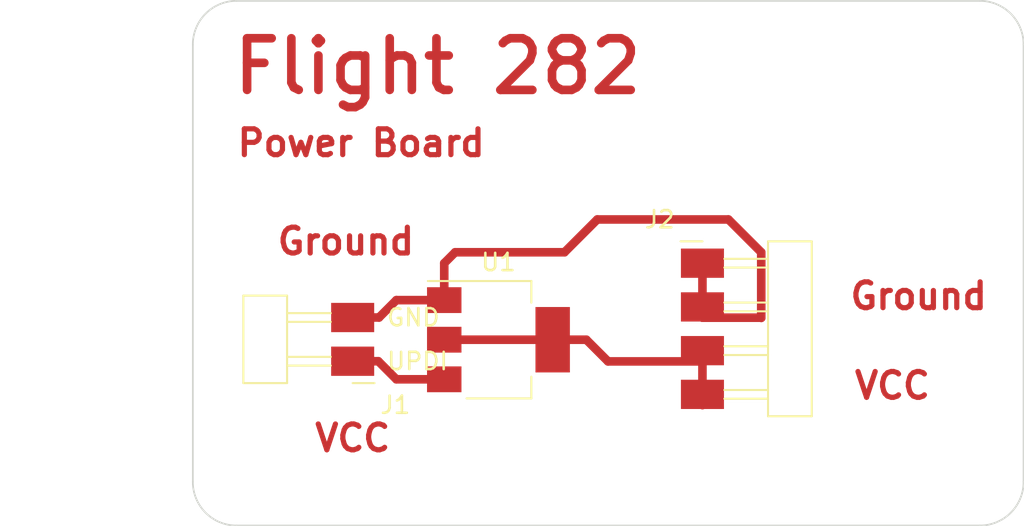
<source format=kicad_pcb>
(kicad_pcb (version 20211014) (generator pcbnew)
  (layers (0 "F.Cu" signal) (31 "B.Cu" signal) (34 "B.Paste" user) (35 "F.Paste" user) (36 "B.SilkS" user "B.Silkscreen") (37 "F.SilkS" user "F.Silkscreen") (38 "B.Mask" user) (39 "F.Mask" user) (44 "Edge.Cuts" user))
  (net 0 "")
  (net 1 "Net-(J1-Pad1)")
  (net 2 "Net-(J1-Pad2)")
  (net 3 "Net-(J2-Pad3)")
  (footprint "fab:SOT-223-3_TabPin2" (layer "F.Cu") (at 96.495 98.425)
    (fp_text reference "U1" (at 0 -4.5) (layer "F.SilkS"))
    (fp_text value "Regulator_Linear_NCP1117-5.0V-1A")
    (fp_line (start 1.91 3.41) (end 1.91 2.15) (layer "F.SilkS") (width 0.12))
    (fp_line (start 1.91 -3.41) (end 1.91 -2.15) (layer "F.SilkS") (width 0.12))
    (fp_line (start -1.85 3.41) (end 1.91 3.41) (layer "F.SilkS") (width 0.12))
    (fp_line (start -4.1 -3.41) (end 1.91 -3.41) (layer "F.SilkS") (width 0.12))
    (pad "1" smd rect locked (at -3.15 -2.3) (size 2 1.5) (layers "F.Cu" "F.Paste" "F.Mask") (net 2 "Net-(J1-Pad2)"))
    (pad "2" smd rect locked (at -3.15 0) (size 2 1.5) (layers "F.Cu" "F.Paste" "F.Mask") (net 3 "Net-(J2-Pad3)"))
    (pad "2" smd rect locked (at 3.15 0) (size 2 3.8) (layers "F.Cu" "F.Paste" "F.Mask") (net 3 "Net-(J2-Pad3)"))
    (pad "3" smd rect locked (at -3.15 2.3) (size 2 1.5) (layers "F.Cu" "F.Paste" "F.Mask") (net 1 "Net-(J1-Pad1)"))
  )
  (footprint "fab:PinHeader_1x04_P2.54mm_Horizontal_SMD" (layer "F.Cu") (at 108.345 93.98)
    (fp_text reference "J2" (at -1.524 -2.54) (layer "F.SilkS") (effects (justify right)))
    (fp_text value "Conn_PinHeader_1x04_P2.54mm_Horizontal_SMD")
    (fp_line (start -1.27 -1.27) (end 0 -1.27) (layer "F.SilkS") (width 0.12))
    (fp_line (start 3.81 2.794) (end 1.27 2.794) (layer "F.SilkS") (width 0.12))
    (fp_line (start 3.81 5.334) (end 1.27 5.334) (layer "F.SilkS") (width 0.12))
    (fp_line (start 3.81 -1.27) (end 6.35 -1.27) (layer "F.SilkS") (width 0.12))
    (fp_line (start 3.81 4.826) (end 1.27 4.826) (layer "F.SilkS") (width 0.12))
    (fp_line (start 3.81 2.286) (end 1.27 2.286) (layer "F.SilkS") (width 0.12))
    (fp_line (start 3.81 -0.254) (end 1.27 -0.254) (layer "F.SilkS") (width 0.12))
    (fp_line (start 3.81 0.254) (end 1.27 0.254) (layer "F.SilkS") (width 0.12))
    (fp_line (start 6.35 -1.27) (end 6.35 8.89) (layer "F.SilkS") (width 0.12))
    (fp_line (start 3.81 7.874) (end 1.27 7.874) (layer "F.SilkS") (width 0.12))
    (fp_line (start 6.35 8.89) (end 3.81 8.89) (layer "F.SilkS") (width 0.12))
    (fp_line (start 3.81 8.89) (end 3.81 -1.27) (layer "F.SilkS") (width 0.12))
    (fp_line (start 3.81 7.366) (end 1.27 7.366) (layer "F.SilkS") (width 0.12))
    (pad "1" smd rect locked (at 0 0) (size 2.5 1.7) (layers "F.Cu" "F.Paste" "F.Mask") (net 2 "Net-(J1-Pad2)"))
    (pad "2" smd rect locked (at 0 2.54) (size 2.5 1.7) (layers "F.Cu" "F.Paste" "F.Mask") (net 2 "Net-(J1-Pad2)"))
    (pad "3" smd rect locked (at 0 5.08) (size 2.5 1.7) (layers "F.Cu" "F.Paste" "F.Mask") (net 3 "Net-(J2-Pad3)"))
    (pad "4" smd rect locked (at 0 7.62) (size 2.5 1.7) (layers "F.Cu" "F.Paste" "F.Mask") (net 3 "Net-(J2-Pad3)"))
  )
  (footprint "fab:PinHeader_UPDI_01x02_P2.54mm_Horizontal_SMD" (layer "F.Cu") (at 88.025 99.675 180)
    (fp_text reference "J1" (at -1.524 -2.54) (layer "F.SilkS") (effects (justify left)))
    (fp_text value "Conn_PinHeader_1x02_P2.54mm_Horizontal_SMD")
    (fp_text user "GND" (at -1.905 2.54) (layer "F.SilkS") (effects (justify left)))
    (fp_text user "UPDI" (at -1.905 0) (layer "F.SilkS") (effects (justify left)))
    (fp_line (start 3.81 2.794) (end 1.27 2.794) (layer "F.SilkS") (width 0.12))
    (fp_line (start 6.35 3.81) (end 3.81 3.81) (layer "F.SilkS") (width 0.12))
    (fp_line (start 3.81 2.286) (end 1.27 2.286) (layer "F.SilkS") (width 0.12))
    (fp_line (start 3.81 0.254) (end 1.27 0.254) (layer "F.SilkS") (width 0.12))
    (fp_line (start 6.35 -1.27) (end 6.35 3.81) (layer "F.SilkS") (width 0.12))
    (fp_line (start 3.81 3.81) (end 3.81 -1.27) (layer "F.SilkS") (width 0.12))
    (fp_line (start 3.81 -0.254) (end 1.27 -0.254) (layer "F.SilkS") (width 0.12))
    (fp_line (start 3.81 -1.27) (end 6.35 -1.27) (layer "F.SilkS") (width 0.12))
    (fp_line (start -1.27 -1.27) (end 0 -1.27) (layer "F.SilkS") (width 0.12))
    (pad "1" smd rect locked (at 0 0 180) (size 2.5 1.7) (layers "F.Cu" "F.Paste" "F.Mask") (net 1 "Net-(J1-Pad1)"))
    (pad "2" smd rect locked (at 0 2.54 180) (size 2.5 1.7) (layers "F.Cu" "F.Paste" "F.Mask") (net 2 "Net-(J1-Pad2)"))
  )
  (gr_arc (start 124.46 78.74) (mid 126.256051 79.483949) (end 127 81.28) (layer "Edge.Cuts") (width 0.1))
  (gr_arc (start 127 106.68) (mid 126.256051 108.476051) (end 124.46 109.22) (layer "Edge.Cuts") (width 0.1))
  (gr_line (start 124.46 109.22) (end 81.28 109.22) (layer "Edge.Cuts") (width 0.1))
  (gr_line (start 81.28 78.74) (end 124.46 78.74) (layer "Edge.Cuts") (width 0.1))
  (gr_line (start 78.74 106.68) (end 78.74 81.28) (layer "Edge.Cuts") (width 0.1))
  (gr_arc (start 81.28 109.22) (mid 79.483949 108.476051) (end 78.74 106.68) (layer "Edge.Cuts") (width 0.1))
  (gr_line (start 127 81.28) (end 127 106.68) (layer "Edge.Cuts") (width 0.1))
  (gr_arc (start 78.74 81.28) (mid 79.483949 79.483949) (end 81.28 78.74) (layer "Edge.Cuts") (width 0.1))
  (gr_text "VCC" (at 88.025 104.14) (layer "F.Cu") (effects (font (size 1.5 1.5) (thickness 0.3))))
  (gr_text "Power Board" (at 88.519 86.995) (layer "F.Cu") (effects (font (size 1.5 1.5) (thickness 0.3))))
  (gr_text "Flight 282" (at 92.964 82.55) (layer "F.Cu") (effects (font (size 3 3) (thickness 0.5))))
  (gr_text "Ground" (at 120.904 95.885) (layer "F.Cu") (effects (font (size 1.5 1.5) (thickness 0.3))))
  (gr_text "Ground" (at 87.63 92.71) (layer "F.Cu") (effects (font (size 1.5 1.5) (thickness 0.3))))
  (gr_text "VCC" (at 119.38 101.092) (layer "F.Cu") (effects (font (size 1.5 1.5) (thickness 0.3))))
  (segment (start 88.025 99.675) (end 89.515 99.675) (width 0.5) (layer "F.Cu") (net 1))
  (segment (start 89.515 99.675) (end 90.565 100.725) (width 0.5) (layer "F.Cu") (net 1))
  (segment (start 90.565 100.725) (end 93.345 100.725) (width 0.5) (layer "F.Cu") (net 1))
  (segment (start 93.345 93.98) (end 93.98 93.345) (width 0.5) (layer "F.Cu") (net 2))
  (segment (start 90.565 96.125) (end 93.345 96.125) (width 0.5) (layer "F.Cu") (net 2))
  (segment (start 93.345 96.125) (end 93.345 93.98) (width 0.5) (layer "F.Cu") (net 2))
  (segment (start 108.345 97.145) (end 111.75 97.145) (width 0.5) (layer "F.Cu") (net 2))
  (segment (start 88.025 97.135) (end 89.555 97.135) (width 0.5) (layer "F.Cu") (net 2))
  (segment (start 89.555 97.135) (end 90.565 96.125) (width 0.5) (layer "F.Cu") (net 2))
  (segment (start 102.235 91.44) (end 109.855 91.44) (width 0.5) (layer "F.Cu") (net 2))
  (segment (start 100.33 93.345) (end 102.235 91.44) (width 0.5) (layer "F.Cu") (net 2))
  (segment (start 93.98 93.345) (end 100.33 93.345) (width 0.5) (layer "F.Cu") (net 2))
  (segment (start 111.75 97.145) (end 111.76 97.155) (width 0.5) (layer "F.Cu") (net 2))
  (segment (start 109.855 91.44) (end 111.76 93.345) (width 0.5) (layer "F.Cu") (net 2))
  (segment (start 108.345 97.145) (end 108.345 94.605) (width 0.5) (layer "F.Cu") (net 2))
  (segment (start 111.76 93.345) (end 111.76 97.155) (width 0.5) (layer "F.Cu") (net 2))
  (segment (start 101.6 98.425) (end 102.86 99.685) (width 0.5) (layer "F.Cu") (net 3))
  (segment (start 108.345 99.685) (end 108.345 102.225) (width 0.5) (layer "F.Cu") (net 3))
  (segment (start 102.86 99.685) (end 108.345 99.685) (width 0.5) (layer "F.Cu") (net 3))
  (segment (start 93.345 98.425) (end 99.645 98.425) (width 0.5) (layer "F.Cu") (net 3))
  (segment (start 99.645 98.425) (end 101.6 98.425) (width 0.5) (layer "F.Cu") (net 3))
)
</source>
